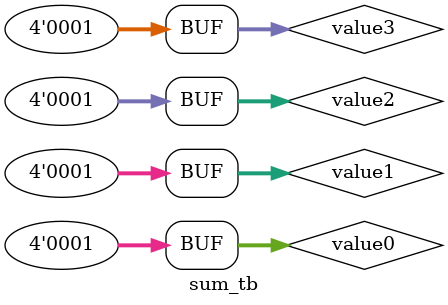
<source format=sv>

module sum(value3, value2, value1, value0, sum);
	input logic [3:0] value3, value2, value1, value0;
	output logic [3:0] sum;
	
	assign sum = value3 + value2 + value1 + value0;
endmodule

module sum_tb();
	logic [3:0] value3, value2, value1, value0, sum;
	
	sum dut(value3, value2, value1, value0, sum);
	
	initial begin
		value3 = 3'b000;	value2 = 3'b000;	value1 = 3'b000;	value0 = 3'b000; #10;
		value3 = 3'b000;	value2 = 3'b000;	value1 = 3'b000;	value0 = 3'b001; #10;
		value3 = 3'b000;	value2 = 3'b000;	value1 = 3'b001;	value0 = 3'b001; #10;
		value3 = 3'b000;	value2 = 3'b001;	value1 = 3'b001;	value0 = 3'b001; #10;
		value3 = 3'b001;	value2 = 3'b001;	value1 = 3'b001;	value0 = 3'b001; #10;
	end
endmodule

</source>
